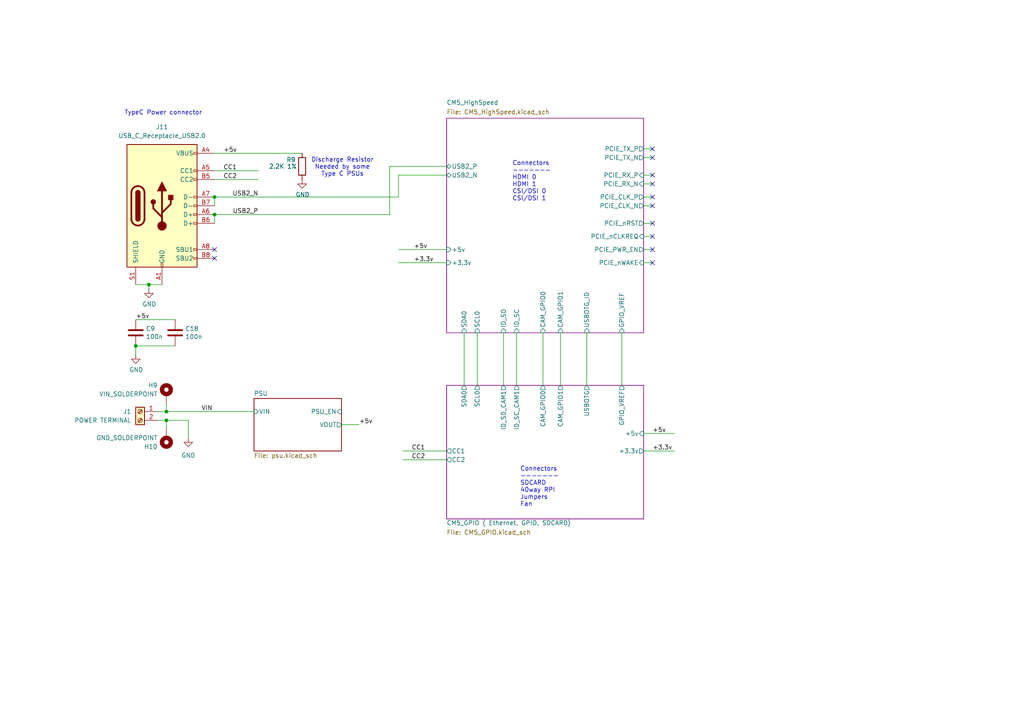
<source format=kicad_sch>
(kicad_sch (version 20250114) (generator "eeschema") (generator_version "9.0")
  (paper "A4")
  (title_block (title "Compute Module 5 IO Board - Top Level") (rev "1") (company "Copyright © 2024 Raspberry Pi Ltd.") (comment 1 "www.raspberrypi.com"))
  (lib_symbols
    (symbol "Connector:Screw_Terminal_01x02" (pin_names (offset 1.016) (hide yes))
      (property "Reference" "J" (at 0 2.54 0))
      (property "Value" "Screw_Terminal_01x02" (at 0 -5.08 0))
      (symbol "Screw_Terminal_01x02_1_1"
        (rectangle (start -1.27 1.27) (end 1.27 -3.81) (stroke (width 0.254)) (fill (type background)))
        (polyline (pts (xy -0.5334 0.3302) (xy 0.3302 -0.508)) (stroke (width 0.1524)))
        (polyline (pts (xy -0.5334 -2.2098) (xy 0.3302 -3.048)) (stroke (width 0.1524)))
        (polyline (pts (xy -0.3556 0.508) (xy 0.508 -0.3302)) (stroke (width 0.1524)))
        (polyline (pts (xy -0.3556 -2.032) (xy 0.508 -2.8702)) (stroke (width 0.1524)))
        (circle (center 0 0) (radius 0.635) (stroke (width 0.1524)))
        (circle (center 0 -2.54) (radius 0.635) (stroke (width 0.1524)))
        (pin passive line (at -5.08 0 0) (length 3.81) (name "Pin_1") (number "1"))
        (pin passive line (at -5.08 -2.54 0) (length 3.81) (name "Pin_2") (number "2"))
      )
    )
    (symbol "Connector:USB_C_Receptacle_USB2.0_16P" (pin_names (offset 1.016))
      (property "Reference" "J" (at 0 22.225 0))
      (property "Value" "USB_C_Receptacle_USB2.0_16P" (at 0 19.685 0))
      (symbol "USB_C_Receptacle_USB2.0_16P_0_0"
        (rectangle (start -0.254 -17.78) (end 0.254 -16.764))
        (rectangle (start 10.16 15.494) (end 9.144 14.986))
        (rectangle (start 10.16 10.414) (end 9.144 9.906))
        (rectangle (start 10.16 7.874) (end 9.144 7.366))
        (rectangle (start 10.16 2.794) (end 9.144 2.286))
        (rectangle (start 10.16 0.254) (end 9.144 -0.254))
        (rectangle (start 10.16 -2.286) (end 9.144 -2.794))
        (rectangle (start 10.16 -4.826) (end 9.144 -5.334))
        (rectangle (start 10.16 -12.446) (end 9.144 -12.954))
        (rectangle (start 10.16 -14.986) (end 9.144 -15.494))
      )
      (symbol "USB_C_Receptacle_USB2.0_16P_0_1"
        (rectangle (start -10.16 17.78) (end 10.16 -17.78) (stroke (width 0.254)) (fill (type background)))
        (polyline (pts (xy -8.89 -3.81) (xy -8.89 3.81)) (stroke (width 0.508)))
        (rectangle (start -7.62 -3.81) (end -6.35 3.81) (stroke (width 0.254)) (fill (type outline)))
        (arc (start -7.62 3.81) (mid -6.985 4.4423) (end -6.35 3.81) (stroke (width 0.254)))
        (arc (start -7.62 3.81) (mid -6.985 4.4423) (end -6.35 3.81) (stroke (width 0.254)) (fill (type outline)))
        (arc (start -8.89 3.81) (mid -6.985 5.7067) (end -5.08 3.81) (stroke (width 0.508)))
        (arc (start -5.08 -3.81) (mid -6.985 -5.7067) (end -8.89 -3.81) (stroke (width 0.508)))
        (arc (start -6.35 -3.81) (mid -6.985 -4.4423) (end -7.62 -3.81) (stroke (width 0.254)))
        (arc (start -6.35 -3.81) (mid -6.985 -4.4423) (end -7.62 -3.81) (stroke (width 0.254)) (fill (type outline)))
        (polyline (pts (xy -5.08 3.81) (xy -5.08 -3.81)) (stroke (width 0.508)))
        (circle (center -2.54 1.143) (radius 0.635) (stroke (width 0.254)) (fill (type outline)))
        (polyline (pts (xy -1.27 4.318) (xy 0 6.858) (xy 1.27 4.318) (xy -1.27 4.318)) (stroke (width 0.254)) (fill (type outline)))
        (polyline (pts (xy 0 -2.032) (xy 2.54 0.508) (xy 2.54 1.778)) (stroke (width 0.508)))
        (polyline (pts (xy 0 -3.302) (xy -2.54 -0.762) (xy -2.54 0.508)) (stroke (width 0.508)))
        (polyline (pts (xy 0 -5.842) (xy 0 4.318)) (stroke (width 0.508)))
        (circle (center 0 -5.842) (radius 1.27) (fill (type outline)))
        (rectangle (start 1.905 1.778) (end 3.175 3.048) (stroke (width 0.254)) (fill (type outline)))
      )
      (symbol "USB_C_Receptacle_USB2.0_16P_1_1"
        (pin passive line (at -7.62 -22.86 90) (length 5.08) (name "SHIELD") (number "S1"))
        (pin passive line (at 0 -22.86 90) (length 5.08) (name "GND") (number "A1"))
        (pin passive line (at 0 -22.86 90) (length 5.08) (hide yes) (name "GND") (number "A12"))
        (pin passive line (at 0 -22.86 90) (length 5.08) (hide yes) (name "GND") (number "B1"))
        (pin passive line (at 0 -22.86 90) (length 5.08) (hide yes) (name "GND") (number "B12"))
        (pin passive line (at 15.24 15.24 180) (length 5.08) (name "VBUS") (number "A4"))
        (pin passive line (at 15.24 15.24 180) (length 5.08) (hide yes) (name "VBUS") (number "A9"))
        (pin passive line (at 15.24 15.24 180) (length 5.08) (hide yes) (name "VBUS") (number "B4"))
        (pin passive line (at 15.24 15.24 180) (length 5.08) (hide yes) (name "VBUS") (number "B9"))
        (pin bidirectional line (at 15.24 10.16 180) (length 5.08) (name "CC1") (number "A5"))
        (pin bidirectional line (at 15.24 7.62 180) (length 5.08) (name "CC2") (number "B5"))
        (pin bidirectional line (at 15.24 2.54 180) (length 5.08) (name "D-") (number "A7"))
        (pin bidirectional line (at 15.24 0 180) (length 5.08) (name "D-") (number "B7"))
        (pin bidirectional line (at 15.24 -2.54 180) (length 5.08) (name "D+") (number "A6"))
        (pin bidirectional line (at 15.24 -5.08 180) (length 5.08) (name "D+") (number "B6"))
        (pin bidirectional line (at 15.24 -12.7 180) (length 5.08) (name "SBU1") (number "A8"))
        (pin bidirectional line (at 15.24 -15.24 180) (length 5.08) (name "SBU2") (number "B8"))
      )
    )
    (symbol "Device:C" (pin_numbers (hide yes)) (pin_names (offset 0.254))
      (property "Reference" "C" (at 0.635 2.54 0))
      (property "Value" "C" (at 0.635 -2.54 0))
      (symbol "C_0_1"
        (polyline (pts (xy -2.032 0.762) (xy 2.032 0.762)) (stroke (width 0.508)))
        (polyline (pts (xy -2.032 -0.762) (xy 2.032 -0.762)) (stroke (width 0.508)))
      )
      (symbol "C_1_1"
        (pin passive line (at 0 3.81 270) (length 2.794) (name "~") (number "1"))
        (pin passive line (at 0 -3.81 90) (length 2.794) (name "~") (number "2"))
      )
    )
    (symbol "Device:R" (pin_numbers (hide yes)) (pin_names (offset 0))
      (property "Reference" "R" (at 2.032 0 90))
      (property "Value" "R" (at 0 0 90))
      (symbol "R_0_1"
        (rectangle (start -1.016 -2.54) (end 1.016 2.54) (stroke (width 0.254)))
      )
      (symbol "R_1_1"
        (pin passive line (at 0 3.81 270) (length 1.27) (name "~") (number "1"))
        (pin passive line (at 0 -3.81 90) (length 1.27) (name "~") (number "2"))
      )
    )
    (symbol "Mechanical:MountingHole_Pad_MP" (pin_numbers (hide yes)) (pin_names (offset 1.016) (hide yes)) (in_bom no)
      (property "Reference" "H10" (at 2.54 2.5401 0))
      (property "Value" "GND_SOLDERPOINT" (at 2.54 0.0001 0))
      (symbol "MountingHole_Pad_MP_0_1"
        (circle (center 0 1.27) (radius 1.27) (stroke (width 1.27)))
      )
      (symbol "MountingHole_Pad_MP_1_1"
        (pin input line (at 0 -2.54 90) (length 2.54) (name "MP") (number "1"))
      )
    )
    (symbol "MountingHole_Pad_MP_1" (pin_numbers (hide yes)) (pin_names (offset 1.016) (hide yes)) (in_bom no)
      (property "Reference" "H9" (at 2.54 2.5401 0))
      (property "Value" "VIN_SOLDERPOINT" (at 2.54 0.0001 0))
      (symbol "MountingHole_Pad_MP_1_0_1"
        (circle (center 0 1.27) (radius 1.27) (stroke (width 1.27)))
      )
      (symbol "MountingHole_Pad_MP_1_1_1"
        (pin input line (at 0 -2.54 90) (length 2.54) (name "MP") (number "1"))
      )
    )
    (symbol "power:GND" (power) (pin_numbers (hide yes)) (pin_names (offset 0) (hide yes))
      (property "Value" "GND" (at 0 -3.81 0))
      (symbol "GND_0_1"
        (polyline (pts (xy 0 0) (xy 0 -1.27) (xy 1.27 -1.27) (xy 0 -2.54) (xy -1.27 -1.27) (xy 0 -1.27)))
      )
      (symbol "GND_1_1"
        (pin power_in line (at 0 0 270) (length 0) (name "~") (number "1"))
      )
    )
  )
  (text "Connectors\n-------\nSDCARD\n40way RPI\nJumpers\nFan" (at 150.876 147.066 0) (effects (font (size 1.27 1.27)) (justify left bottom)))
  (text "Discharge Resistor\nNeeded by some\nType C PSUs" (at 99.314 48.514 0) (effects (font (size 1.27 1.27))))
  (text "TypeC Power connector" (at 36.068 33.528 0) (effects (font (size 1.27 1.27)) (justify left bottom)))
  (text "Connectors\n-------\nHDMI 0\nHDMI 1\nCSI/DSI 0\nCSI/DSI 1" (at 148.59 58.42 0) (effects (font (size 1.27 1.27)) (justify left bottom)))
  (junction (at 43.18 82.55))
  (junction (at 48.26 121.92))
  (junction (at 48.26 119.38))
  (junction (at 39.37 100.33))
  (junction (at 62.23 62.23))
  (junction (at 62.23 57.15))
  (no_connect (at 189.23 76.2))
  (no_connect (at 189.23 68.58))
  (no_connect (at 189.23 53.34))
  (no_connect (at 189.23 59.69))
  (no_connect (at 189.23 43.18))
  (no_connect (at 189.23 45.72))
  (no_connect (at 62.23 74.93))
  (no_connect (at 62.23 72.39))
  (no_connect (at 189.23 50.8))
  (no_connect (at 189.23 64.77))
  (no_connect (at 189.23 57.15))
  (no_connect (at 189.23 72.39))
  (wire (pts (xy 115.57 76.2) (xy 129.54 76.2)))
  (wire (pts (xy 186.69 130.81) (xy 195.58 130.81)))
  (wire (pts (xy 180.34 96.52) (xy 180.34 111.76)))
  (wire (pts (xy 48.26 116.84) (xy 48.26 119.38)))
  (wire (pts (xy 113.03 48.26) (xy 129.54 48.26)))
  (wire (pts (xy 186.69 53.34) (xy 189.23 53.34)))
  (wire (pts (xy 62.23 52.07) (xy 74.93 52.07)))
  (wire (pts (xy 115.57 57.15) (xy 115.57 50.8)))
  (wire (pts (xy 43.18 83.82) (xy 43.18 82.55)))
  (wire (pts (xy 134.62 96.52) (xy 134.62 111.76)))
  (wire (pts (xy 186.69 57.15) (xy 189.23 57.15)))
  (wire (pts (xy 186.69 64.77) (xy 189.23 64.77)))
  (wire (pts (xy 39.37 100.33) (xy 50.8 100.33)))
  (wire (pts (xy 99.06 123.19) (xy 104.14 123.19)))
  (wire (pts (xy 48.26 121.92) (xy 45.72 121.92)))
  (wire (pts (xy 62.23 62.23) (xy 113.03 62.23)))
  (wire (pts (xy 149.86 96.52) (xy 149.86 111.76)))
  (wire (pts (xy 138.43 96.52) (xy 138.43 111.76)))
  (wire (pts (xy 116.84 133.35) (xy 129.54 133.35)))
  (wire (pts (xy 157.48 96.52) (xy 157.48 111.76)))
  (wire (pts (xy 113.03 48.26) (xy 113.03 62.23)))
  (wire (pts (xy 186.69 50.8) (xy 189.23 50.8)))
  (wire (pts (xy 48.26 121.92) (xy 54.61 121.92)))
  (wire (pts (xy 162.56 96.52) (xy 162.56 111.76)))
  (wire (pts (xy 48.26 119.38) (xy 45.72 119.38)))
  (wire (pts (xy 186.69 59.69) (xy 189.23 59.69)))
  (wire (pts (xy 39.37 100.33) (xy 39.37 102.87)))
  (wire (pts (xy 170.18 96.52) (xy 170.18 111.76)))
  (wire (pts (xy 48.26 121.92) (xy 48.26 124.46)))
  (wire (pts (xy 48.26 119.38) (xy 73.66 119.38)))
  (wire (pts (xy 62.23 44.45) (xy 87.63 44.45)))
  (wire (pts (xy 62.23 62.23) (xy 62.23 64.77)))
  (wire (pts (xy 39.37 92.71) (xy 50.8 92.71)))
  (wire (pts (xy 186.69 72.39) (xy 189.23 72.39)))
  (wire (pts (xy 186.69 45.72) (xy 189.23 45.72)))
  (wire (pts (xy 186.69 76.2) (xy 189.23 76.2)))
  (wire (pts (xy 186.69 68.58) (xy 189.23 68.58)))
  (wire (pts (xy 43.18 82.55) (xy 46.99 82.55)))
  (wire (pts (xy 186.69 43.18) (xy 189.23 43.18)))
  (wire (pts (xy 39.37 82.55) (xy 43.18 82.55)))
  (wire (pts (xy 62.23 49.53) (xy 74.93 49.53)))
  (wire (pts (xy 146.05 96.52) (xy 146.05 111.76)))
  (wire (pts (xy 186.69 125.73) (xy 195.58 125.73)))
  (wire (pts (xy 62.23 57.15) (xy 62.23 59.69)))
  (wire (pts (xy 116.84 130.81) (xy 129.54 130.81)))
  (wire (pts (xy 115.57 72.39) (xy 129.54 72.39)))
  (wire (pts (xy 54.61 121.92) (xy 54.61 127)))
  (wire (pts (xy 115.57 50.8) (xy 129.54 50.8)))
  (wire (pts (xy 62.23 57.15) (xy 115.57 57.15)))
  (label "+5v" (at 39.37 92.71 0))
  (label "VIN" (at 58.42 119.38 0))
  (label "CC1" (at 119.38 130.81 0))
  (label "CC2" (at 119.38 133.35 0))
  (label "+5v" (at 189.23 125.73 0))
  (label "+5v" (at 120.015 72.39 0))
  (label "USB2_P" (at 74.93 62.23 180))
  (label "CC1" (at 64.77 49.53 0))
  (label "USB2_N" (at 74.93 57.15 180))
  (label "+3.3v" (at 189.23 130.81 0))
  (label "+5v" (at 104.14 123.19 0))
  (label "+3.3v" (at 120.015 76.2 0))
  (label "CC2" (at 64.77 52.07 0))
  (label "+5v" (at 64.77 44.45 0))
  (symbol (lib_id "power:GND") (at 87.63 52.07 0) (unit 1)
    (property "Reference" "#PWR031" (effects (hide yes)))
    (property "Value" "GND" (at 87.757 56.4642 0))
    (property "Description" "Power symbol creates a global label with name \"GND\" , ground" (effects (hide yes)))
  )
  (symbol (lib_id "Device:C") (at 50.8 96.52 0) (unit 1)
    (property "Reference" "C18" (at 53.721 95.3516 0) (effects (justify left)))
    (property "Value" "100n" (at 53.721 97.663 0) (effects (justify left)))
    (property "Footprint" "Capacitor_SMD:C_0402_1005Metric" (effects (hide yes)))
    (property "Datasheet" "https://search.murata.co.jp/Ceramy/image/img/A01X/G101/ENG/GRM155R71C104KA88-01.pdf" (effects (hide yes)))
    (property "Field4" "Farnell" (effects (hide yes)))
    (property "Field5" "2611911" (effects (hide yes)))
    (property "Field6" "RM EMK105 B7104KV-F" (effects (hide yes)))
    (property "Field7" "TAIYO YUDEN EUROPE GMBH" (effects (hide yes)))
    (property "Field8" "110091611" (effects (hide yes)))
    (property "Part Description" "	0.1uF 10% 16V Ceramic Capacitor X7R 0402 (1005 Metric)" (effects (hide yes)))
  )
  (symbol (lib_id "Connector:Screw_Terminal_01x02") (at 40.64 119.38 0) (mirror y) (unit 1)
    (property "Reference" "J1" (at 38.1 119.3799 0) (effects (justify left)))
    (property "Value" "POWER TERMINAL" (at 38.1 121.9199 0) (effects (justify left)))
    (property "Footprint" "TerminalBlock:TerminalBlock_bornier-2_P5.08mm" (effects (hide yes)))
    (property "Description" "Generic screw terminal, single row, 01x02, script generated (kicad-library-utils/schlib/autogen/connector/)" (effects (hide yes)))
  )
  (symbol (lib_id "Mechanical:MountingHole_Pad_MP") (at 48.26 127 180) (unit 1) (in_bom no)
    (property "Reference" "H10" (at 45.72 129.5401 0) (effects (justify left)))
    (property "Value" "GND_SOLDERPOINT" (at 45.72 127.0001 0) (effects (justify left)))
    (property "Footprint" "Connector_Wire:SolderWirePad_1x01_SMD_5x10mm" (effects (hide yes)))
    (property "Description" "Mounting Hole with connection as pad named MP" (effects (hide yes)))
  )
  (symbol (lib_id "power:GND") (at 54.61 127 0) (mirror y) (unit 1)
    (property "Reference" "#PWR03" (effects (hide yes)))
    (property "Value" "GND" (at 54.61 132.08 0))
    (property "Description" "Power symbol creates a global label with name \"GND\" , ground" (effects (hide yes)))
  )
  (symbol (lib_id "Connector:USB_C_Receptacle_USB2.0_16P") (at 46.99 59.69 0) (unit 1)
    (property "Reference" "J11" (at 46.99 36.83 0))
    (property "Value" "USB_C_Receptacle_USB2.0" (at 46.99 39.37 0))
    (property "Footprint" "Connector_USB:USB_C_Receptacle_GCT_USB4105-xx-A_16P_TopMnt_Horizontal" (effects (hide yes)))
    (property "Datasheet" "https://www.usb.org/sites/default/files/documents/usb_type-c.zip" (effects (hide yes)))
    (property "Field5" "USBF31-0171" (effects (hide yes)))
    (property "Field6" "USBF31-0171" (effects (hide yes)))
    (property "Field7" "MTCONN" (effects (hide yes)))
    (property "Part Description" "USBC USB2 data and power connector" (effects (hide yes)))
  )
  (symbol (lib_name "MountingHole_Pad_MP_1") (lib_id "Mechanical:MountingHole_Pad_MP") (at 48.26 114.3 0) (mirror y) (unit 1) (in_bom no)
    (property "Reference" "H9" (at 45.72 111.7599 0) (effects (justify left)))
    (property "Value" "VIN_SOLDERPOINT" (at 45.72 114.2999 0) (effects (justify left)))
    (property "Footprint" "Connector_Wire:SolderWirePad_1x01_SMD_5x10mm" (effects (hide yes)))
    (property "Description" "Mounting Hole with connection as pad named MP" (effects (hide yes)))
  )
  (symbol (lib_id "Device:R") (at 87.63 48.26 0) (unit 1)
    (property "Reference" "R9" (at 83.058 46.355 0) (effects (justify left)))
    (property "Value" "2.2K 1%" (at 77.978 48.26 0) (effects (justify left)))
    (property "Footprint" "Resistor_SMD:R_0402_1005Metric" (effects (hide yes)))
    (property "Datasheet" "https://fscdn.rohm.com/en/products/databook/datasheet/passive/resistor/chip_resistor/mcr-e.pdf" (effects (hide yes)))
    (property "Field4" "Farnell" (effects (hide yes)))
    (property "Part Description" "Resistor 2.2K M1005 1% 63mW" (effects (hide yes)))
  )
  (symbol (lib_id "Device:C") (at 39.37 96.52 0) (unit 1)
    (property "Reference" "C9" (at 42.291 95.3516 0) (effects (justify left)))
    (property "Value" "100n" (at 42.291 97.663 0) (effects (justify left)))
    (property "Footprint" "Capacitor_SMD:C_0402_1005Metric" (effects (hide yes)))
    (property "Datasheet" "https://search.murata.co.jp/Ceramy/image/img/A01X/G101/ENG/GRM155R71C104KA88-01.pdf" (effects (hide yes)))
    (property "Field4" "Farnell" (effects (hide yes)))
    (property "Field5" "2611911" (effects (hide yes)))
    (property "Field6" "RM EMK105 B7104KV-F" (effects (hide yes)))
    (property "Field7" "TAIYO YUDEN EUROPE GMBH" (effects (hide yes)))
    (property "Field8" "110091611" (effects (hide yes)))
    (property "Part Description" "	0.1uF 10% 16V Ceramic Capacitor X7R 0402 (1005 Metric)" (effects (hide yes)))
  )
  (symbol (lib_id "power:GND") (at 43.18 83.82 0) (unit 1)
    (property "Reference" "#PWR02" (effects (hide yes)))
    (property "Value" "GND" (at 43.307 88.2142 0))
    (property "Description" "Power symbol creates a global label with name \"GND\" , ground" (effects (hide yes)))
  )
  (symbol (lib_id "power:GND") (at 39.37 102.87 0) (unit 1)
    (property "Reference" "#PWR013" (effects (hide yes)))
    (property "Value" "GND" (at 39.497 107.2642 0))
    (property "Description" "Power symbol creates a global label with name \"GND\" , ground" (effects (hide yes)))
  )
  (sheet (at 129.54 111.76) (size 57.15 38.735) (stroke (width 0.1524) (color 132 0 132 1)) (fill (color 255 255 255 0.0000))
    (property "Sheetname" "CM5_GPIO ( Ethernet, GPIO, SDCARD)" (at 129.54 152.4 0) (effects (justify left bottom)))
    (property "Sheetfile" "CM5_GPIO.kicad_sch" (at 129.54 153.67 0) (effects (justify left top)))
    (pin "SCL0" output (at 138.43 111.76 90))
    (pin "SDA0" output (at 134.62 111.76 90))
    (pin "+5v" input (at 186.69 125.73 0))
    (pin "+3.3v" output (at 186.69 130.81 0))
    (pin "GPIO_VREF" output (at 180.34 111.76 90))
    (pin "CAM_GPIO0" output (at 157.48 111.76 90))
    (pin "CAM_GPIO1" output (at 162.56 111.76 90))
    (pin "CC1" output (at 129.54 130.81 180))
    (pin "USBOTG" output (at 170.18 111.76 90))
    (pin "CC2" output (at 129.54 133.35 180))
    (pin "ID_SC_CAM1" output (at 149.86 111.76 90))
    (pin "ID_SD_CAM1" output (at 146.05 111.76 90))
  )
  (sheet (at 129.54 34.29) (size 57.15 62.23) (stroke (width 0.1524) (color 132 0 132 1)) (fill (color 255 255 255 0.0000))
    (property "Sheetname" "CM5_HighSpeed" (at 129.54 30.48 0) (effects (justify left bottom)))
    (property "Sheetfile" "CM5_HighSpeed.kicad_sch" (at 129.54 31.75 0) (effects (justify left top)))
    (pin "USB2_N" bidirectional (at 129.54 50.8 180))
    (pin "USB2_P" bidirectional (at 129.54 48.26 180))
    (pin "ID_SC" input (at 149.86 96.52 270))
    (pin "ID_SD" input (at 146.05 96.52 270))
    (pin "SCL0" input (at 138.43 96.52 270))
    (pin "SDA0" input (at 134.62 96.52 270))
    (pin "+5v" input (at 129.54 72.39 180))
    (pin "PCIE_CLK_P" output (at 186.69 57.15 0))
    (pin "PCIE_CLK_N" output (at 186.69 59.69 0))
    (pin "PCIE_TX_P" output (at 186.69 43.18 0))
    (pin "PCIE_TX_N" output (at 186.69 45.72 0))
    (pin "PCIE_nRST" output (at 186.69 64.77 0))
    (pin "PCIE_RX_P" input (at 186.69 50.8 0))
    (pin "PCIE_RX_N" input (at 186.69 53.34 0))
    (pin "PCIE_nCLKREQ" input (at 186.69 68.58 0))
    (pin "+3.3v" input (at 129.54 76.2 180))
    (pin "USBOTG_ID" input (at 170.18 96.52 270))
    (pin "GPIO_VREF" input (at 180.34 96.52 270))
    (pin "PCIE_PWR_EN" output (at 186.69 72.39 0))
    (pin "PCIE_nWAKE" input (at 186.69 76.2 0))
    (pin "CAM_GPIO0" input (at 157.48 96.52 270))
    (pin "CAM_GPIO1" input (at 162.56 96.52 270))
  )
  (sheet (at 73.66 115.57) (size 25.4 15.24) (stroke (width 0.1524))
    (property "Sheetname" "PSU" (at 73.66 114.8584 0) (effects (justify left bottom)))
    (property "Sheetfile" "psu.kicad_sch" (at 73.66 131.3946 0) (effects (justify left top)))
    (pin "PSU_EN" input (at 99.06 119.38 0))
    (pin "VOUT" output (at 99.06 123.19 0))
    (pin "VIN" input (at 73.66 119.38 180))
  )
)
</source>
